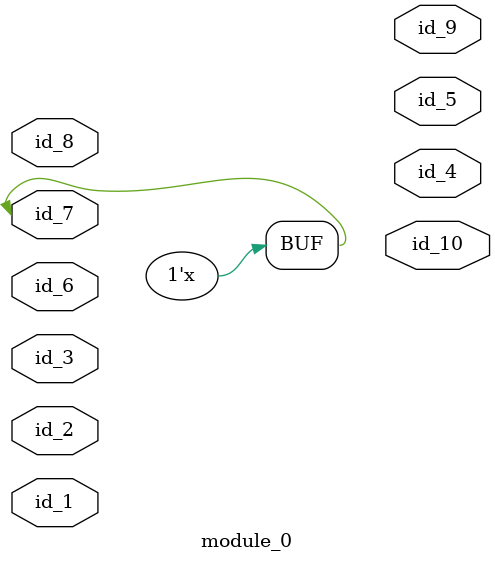
<source format=v>
module module_0 (
    id_1,
    id_2,
    id_3,
    id_4,
    id_5,
    id_6,
    id_7,
    id_8,
    id_9,
    id_10
);
  output id_10;
  output id_9;
  input id_8;
  inout id_7;
  inout id_6;
  output id_5;
  output id_4;
  inout id_3;
  inout id_2;
  inout id_1;
  assign id_7 = id_7[1];
endmodule

</source>
